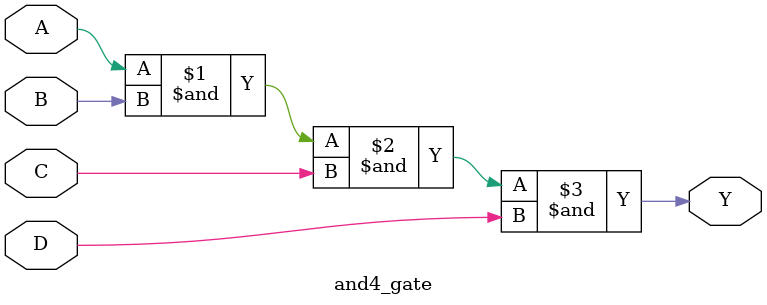
<source format=v>
`timescale 1ns / 1ps


module and4_gate (
    input wire A,    // First input
    input wire B,    // Second input
    input wire C,    // Third input
    input wire D,    // Fourth input
    output wire Y    // Output
);
    assign Y = A & B & C & D;  // AND operation for 4 inputs
endmodule


</source>
